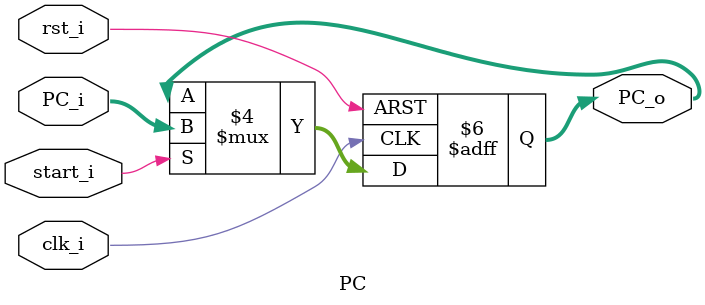
<source format=v>
module PC
(
	clk_i,
	rst_i,
	start_i,
	PC_i,
	PC_o
);

// Ports.
input           clk_i;
input           rst_i;
input           start_i;
input  [31 : 0] PC_i;
output [31 : 0] PC_o;

// Wires and registers.
reg [31 : 0] PC_o;

always @(posedge clk_i or negedge rst_i)
begin
	if (~rst_i)
	begin
		PC_o <= 32'b0;
	end
	else
	begin
		if (start_i)
		begin
			PC_o <= PC_i;
		end
		else
		begin
			PC_o <= PC_o;
		end
	end
end

endmodule

</source>
